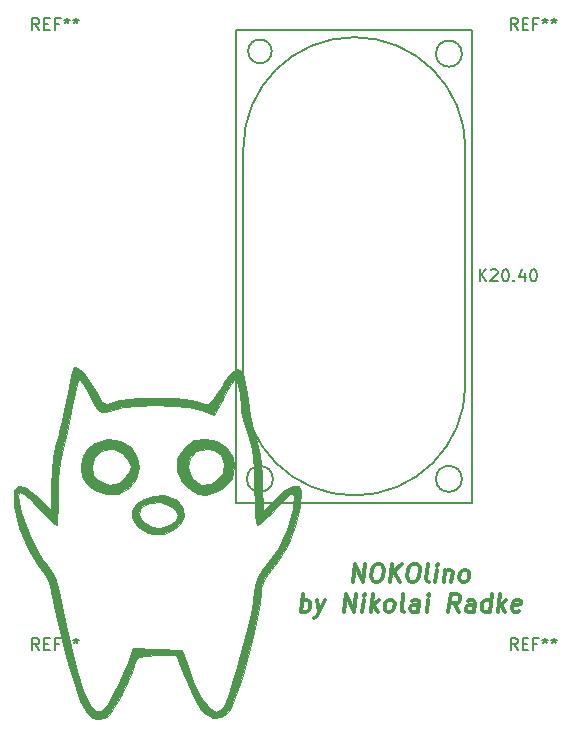
<source format=gbr>
G04 #@! TF.FileFunction,Legend,Top*
%FSLAX46Y46*%
G04 Gerber Fmt 4.6, Leading zero omitted, Abs format (unit mm)*
G04 Created by KiCad (PCBNEW 4.0.6+dfsg1-1) date Sun Jan 28 21:13:44 2018*
%MOMM*%
%LPD*%
G01*
G04 APERTURE LIST*
%ADD10C,0.100000*%
%ADD11C,0.300000*%
%ADD12C,0.150000*%
%ADD13C,0.010000*%
G04 APERTURE END LIST*
D10*
D11*
X129958036Y-97103571D02*
X130145536Y-95603571D01*
X130815179Y-97103571D01*
X131002679Y-95603571D01*
X132002679Y-95603571D02*
X132288393Y-95603571D01*
X132422322Y-95675000D01*
X132547322Y-95817857D01*
X132583036Y-96103571D01*
X132520536Y-96603571D01*
X132413393Y-96889286D01*
X132252679Y-97032143D01*
X132100893Y-97103571D01*
X131815179Y-97103571D01*
X131681250Y-97032143D01*
X131556250Y-96889286D01*
X131520536Y-96603571D01*
X131583036Y-96103571D01*
X131690179Y-95817857D01*
X131850893Y-95675000D01*
X132002679Y-95603571D01*
X133100894Y-97103571D02*
X133288394Y-95603571D01*
X133958037Y-97103571D02*
X133422322Y-96246429D01*
X134145537Y-95603571D02*
X133181251Y-96460714D01*
X135074108Y-95603571D02*
X135359822Y-95603571D01*
X135493751Y-95675000D01*
X135618751Y-95817857D01*
X135654465Y-96103571D01*
X135591965Y-96603571D01*
X135484822Y-96889286D01*
X135324108Y-97032143D01*
X135172322Y-97103571D01*
X134886608Y-97103571D01*
X134752679Y-97032143D01*
X134627679Y-96889286D01*
X134591965Y-96603571D01*
X134654465Y-96103571D01*
X134761608Y-95817857D01*
X134922322Y-95675000D01*
X135074108Y-95603571D01*
X136386609Y-97103571D02*
X136252679Y-97032143D01*
X136199108Y-96889286D01*
X136359823Y-95603571D01*
X136958037Y-97103571D02*
X137083037Y-96103571D01*
X137145537Y-95603571D02*
X137065179Y-95675000D01*
X137127679Y-95746429D01*
X137208036Y-95675000D01*
X137145537Y-95603571D01*
X137127679Y-95746429D01*
X137797323Y-96103571D02*
X137672323Y-97103571D01*
X137779465Y-96246429D02*
X137859822Y-96175000D01*
X138011609Y-96103571D01*
X138225894Y-96103571D01*
X138359822Y-96175000D01*
X138413394Y-96317857D01*
X138315180Y-97103571D01*
X139243752Y-97103571D02*
X139109822Y-97032143D01*
X139047323Y-96960714D01*
X138993751Y-96817857D01*
X139047322Y-96389286D01*
X139136608Y-96246429D01*
X139216965Y-96175000D01*
X139368752Y-96103571D01*
X139583037Y-96103571D01*
X139716965Y-96175000D01*
X139779465Y-96246429D01*
X139833037Y-96389286D01*
X139779466Y-96817857D01*
X139690180Y-96960714D01*
X139609822Y-97032143D01*
X139458037Y-97103571D01*
X139243752Y-97103571D01*
X125565179Y-99653571D02*
X125752679Y-98153571D01*
X125681250Y-98725000D02*
X125833036Y-98653571D01*
X126118750Y-98653571D01*
X126252678Y-98725000D01*
X126315178Y-98796429D01*
X126368750Y-98939286D01*
X126315179Y-99367857D01*
X126225893Y-99510714D01*
X126145535Y-99582143D01*
X125993750Y-99653571D01*
X125708036Y-99653571D01*
X125574107Y-99582143D01*
X126904465Y-98653571D02*
X127136608Y-99653571D01*
X127618750Y-98653571D02*
X127136608Y-99653571D01*
X126949107Y-100010714D01*
X126868750Y-100082143D01*
X126716965Y-100153571D01*
X129208036Y-99653571D02*
X129395536Y-98153571D01*
X130065179Y-99653571D01*
X130252679Y-98153571D01*
X130779465Y-99653571D02*
X130904465Y-98653571D01*
X130966965Y-98153571D02*
X130886607Y-98225000D01*
X130949107Y-98296429D01*
X131029464Y-98225000D01*
X130966965Y-98153571D01*
X130949107Y-98296429D01*
X131493751Y-99653571D02*
X131681251Y-98153571D01*
X131708036Y-99082143D02*
X132065179Y-99653571D01*
X132190179Y-98653571D02*
X131547322Y-99225000D01*
X132922323Y-99653571D02*
X132788393Y-99582143D01*
X132725894Y-99510714D01*
X132672322Y-99367857D01*
X132725893Y-98939286D01*
X132815179Y-98796429D01*
X132895536Y-98725000D01*
X133047323Y-98653571D01*
X133261608Y-98653571D01*
X133395536Y-98725000D01*
X133458036Y-98796429D01*
X133511608Y-98939286D01*
X133458037Y-99367857D01*
X133368751Y-99510714D01*
X133288393Y-99582143D01*
X133136608Y-99653571D01*
X132922323Y-99653571D01*
X134279466Y-99653571D02*
X134145536Y-99582143D01*
X134091965Y-99439286D01*
X134252680Y-98153571D01*
X135493751Y-99653571D02*
X135591965Y-98867857D01*
X135538393Y-98725000D01*
X135404465Y-98653571D01*
X135118751Y-98653571D01*
X134966965Y-98725000D01*
X135502679Y-99582143D02*
X135350894Y-99653571D01*
X134993751Y-99653571D01*
X134859822Y-99582143D01*
X134806250Y-99439286D01*
X134824107Y-99296429D01*
X134913394Y-99153571D01*
X135065179Y-99082143D01*
X135422322Y-99082143D01*
X135574108Y-99010714D01*
X136208037Y-99653571D02*
X136333037Y-98653571D01*
X136395537Y-98153571D02*
X136315179Y-98225000D01*
X136377679Y-98296429D01*
X136458036Y-98225000D01*
X136395537Y-98153571D01*
X136377679Y-98296429D01*
X138922323Y-99653571D02*
X138511608Y-98939286D01*
X138065180Y-99653571D02*
X138252680Y-98153571D01*
X138824108Y-98153571D01*
X138958037Y-98225000D01*
X139020536Y-98296429D01*
X139074108Y-98439286D01*
X139047323Y-98653571D01*
X138958036Y-98796429D01*
X138877680Y-98867857D01*
X138725893Y-98939286D01*
X138154465Y-98939286D01*
X140208037Y-99653571D02*
X140306251Y-98867857D01*
X140252679Y-98725000D01*
X140118751Y-98653571D01*
X139833037Y-98653571D01*
X139681251Y-98725000D01*
X140216965Y-99582143D02*
X140065180Y-99653571D01*
X139708037Y-99653571D01*
X139574108Y-99582143D01*
X139520536Y-99439286D01*
X139538393Y-99296429D01*
X139627680Y-99153571D01*
X139779465Y-99082143D01*
X140136608Y-99082143D01*
X140288394Y-99010714D01*
X141565180Y-99653571D02*
X141752680Y-98153571D01*
X141574108Y-99582143D02*
X141422323Y-99653571D01*
X141136609Y-99653571D01*
X141002679Y-99582143D01*
X140940180Y-99510714D01*
X140886608Y-99367857D01*
X140940179Y-98939286D01*
X141029465Y-98796429D01*
X141109822Y-98725000D01*
X141261609Y-98653571D01*
X141547323Y-98653571D01*
X141681251Y-98725000D01*
X142279466Y-99653571D02*
X142466966Y-98153571D01*
X142493751Y-99082143D02*
X142850894Y-99653571D01*
X142975894Y-98653571D02*
X142333037Y-99225000D01*
X144074108Y-99582143D02*
X143922323Y-99653571D01*
X143636609Y-99653571D01*
X143502680Y-99582143D01*
X143449108Y-99439286D01*
X143520537Y-98867857D01*
X143609823Y-98725000D01*
X143761609Y-98653571D01*
X144047323Y-98653571D01*
X144181251Y-98725000D01*
X144234823Y-98867857D01*
X144216966Y-99010714D01*
X143484823Y-99153571D01*
D12*
X130100000Y-89800000D02*
G75*
G03X139500000Y-80400000I0J9400000D01*
G01*
X120700000Y-80400000D02*
G75*
G03X130100000Y-89800000I9400000J0D01*
G01*
X139500000Y-60400000D02*
G75*
G03X130100000Y-51000000I-9400000J0D01*
G01*
X130100000Y-51000000D02*
G75*
G03X120700000Y-60400000I0J-9400000D01*
G01*
X139500000Y-60400000D02*
X139500000Y-80400000D01*
X120700000Y-60400000D02*
X120700000Y-80400000D01*
X139200000Y-88400000D02*
G75*
G03X139200000Y-88400000I-1100000J0D01*
G01*
X123200000Y-88400000D02*
G75*
G03X123200000Y-88400000I-1100000J0D01*
G01*
X139200000Y-52400000D02*
G75*
G03X139200000Y-52400000I-1100000J0D01*
G01*
X123100000Y-52200000D02*
G75*
G03X123100000Y-52200000I-1000000J0D01*
G01*
X140100000Y-50400000D02*
X120100000Y-50400000D01*
X120100000Y-90400000D02*
X140100000Y-90400000D01*
X120100000Y-90400000D02*
X120100000Y-50400000D01*
X140100000Y-90400000D02*
X140100000Y-50400000D01*
D13*
G36*
X106718140Y-79013148D02*
X107200926Y-79473323D01*
X107732166Y-80162873D01*
X108201485Y-80948432D01*
X108360564Y-81291666D01*
X108726653Y-81917596D01*
X109123814Y-82037213D01*
X109180173Y-82018907D01*
X110280797Y-81742514D01*
X111740955Y-81572170D01*
X113365193Y-81511033D01*
X114958059Y-81562258D01*
X116324098Y-81729004D01*
X116975017Y-81893006D01*
X117413446Y-82032963D01*
X117728706Y-82036738D01*
X118021805Y-81822806D01*
X118393753Y-81309641D01*
X118945559Y-80415719D01*
X119080623Y-80193551D01*
X119680801Y-79393325D01*
X120194368Y-79072534D01*
X120575876Y-79252955D01*
X120667698Y-79433040D01*
X120773643Y-79890367D01*
X120912493Y-80727316D01*
X121054017Y-81761374D01*
X121256952Y-82990353D01*
X121538691Y-84202799D01*
X121784137Y-84983333D01*
X122110553Y-86272603D01*
X122283922Y-87995931D01*
X122306183Y-88726160D01*
X122340000Y-91198987D01*
X123419553Y-90066716D01*
X124240180Y-89341575D01*
X124933094Y-88981602D01*
X125419394Y-89009698D01*
X125618993Y-89428333D01*
X125521143Y-90817049D01*
X125113178Y-92407416D01*
X124470826Y-93989114D01*
X123669817Y-95351820D01*
X123333802Y-95775062D01*
X122555879Y-96806909D01*
X122220774Y-97656800D01*
X122198888Y-97919856D01*
X122112040Y-98885384D01*
X121876038Y-100216815D01*
X121527695Y-101776632D01*
X121103823Y-103427319D01*
X120641234Y-105031359D01*
X120176743Y-106451235D01*
X119747160Y-107549432D01*
X119485747Y-108055000D01*
X118874822Y-108585911D01*
X118123138Y-108634876D01*
X117374345Y-108207505D01*
X117153172Y-107963928D01*
X116760576Y-107336787D01*
X116275528Y-106384102D01*
X115801602Y-105309640D01*
X115792133Y-105286295D01*
X115002222Y-103334733D01*
X113353022Y-103331255D01*
X112405398Y-103355554D01*
X111877401Y-103464056D01*
X111625522Y-103702546D01*
X111552712Y-103905628D01*
X111272422Y-104708118D01*
X110827811Y-105703095D01*
X110297877Y-106742669D01*
X109761619Y-107678951D01*
X109298035Y-108364052D01*
X109026223Y-108635363D01*
X108350476Y-108761452D01*
X107923654Y-108683333D01*
X107423811Y-108224223D01*
X106901992Y-107231867D01*
X106695298Y-106703411D01*
X106337897Y-105632639D01*
X105937288Y-104287943D01*
X105526121Y-102797438D01*
X105137048Y-101289238D01*
X104802719Y-99891458D01*
X104555785Y-98732213D01*
X104428897Y-97939617D01*
X104418888Y-97771278D01*
X104244661Y-97165840D01*
X103797774Y-96367088D01*
X103419241Y-95852835D01*
X102450379Y-94343635D01*
X101706750Y-92547731D01*
X101291866Y-90729584D01*
X101252585Y-90317348D01*
X101287496Y-89730377D01*
X101641493Y-89730377D01*
X101684060Y-90348633D01*
X101904625Y-91239347D01*
X102262267Y-92288206D01*
X102716066Y-93380899D01*
X103225101Y-94403115D01*
X103748452Y-95240541D01*
X103974213Y-95522696D01*
X104750901Y-96673702D01*
X105090259Y-97907220D01*
X105309506Y-99186448D01*
X105657737Y-100807621D01*
X106086468Y-102576865D01*
X106547211Y-104300304D01*
X106991484Y-105784064D01*
X107241784Y-106510350D01*
X107724350Y-107570168D01*
X108194176Y-108072569D01*
X108688669Y-108022346D01*
X109245236Y-107424295D01*
X109618667Y-106815007D01*
X110173483Y-105715183D01*
X110693733Y-104515367D01*
X110841696Y-104123285D01*
X111332245Y-102742111D01*
X113421933Y-102823278D01*
X115511621Y-102904444D01*
X115891629Y-104004606D01*
X116561260Y-105728194D01*
X117215513Y-107001252D01*
X117833849Y-107800487D01*
X118395728Y-108102610D01*
X118880611Y-107884328D01*
X119069324Y-107608048D01*
X119382121Y-106867267D01*
X119771862Y-105716718D01*
X120199639Y-104299058D01*
X120626541Y-102756947D01*
X121013658Y-101233041D01*
X121322079Y-99869999D01*
X121512894Y-98810480D01*
X121545376Y-98530000D01*
X121679334Y-97441149D01*
X121906158Y-96696426D01*
X122311316Y-96075559D01*
X122640466Y-95707778D01*
X123614508Y-94377188D01*
X124399505Y-92722916D01*
X124888388Y-90979737D01*
X124937056Y-90671877D01*
X125005443Y-89970594D01*
X124931257Y-89644141D01*
X124659043Y-89706138D01*
X124133344Y-90170209D01*
X123298704Y-91049976D01*
X123269663Y-91081469D01*
X122621671Y-91742959D01*
X122107917Y-92192701D01*
X121880722Y-92321111D01*
X121781607Y-92057948D01*
X121701557Y-91344517D01*
X121649651Y-90294909D01*
X121634444Y-89227115D01*
X121607702Y-87632796D01*
X121514379Y-86443419D01*
X121334827Y-85501439D01*
X121070000Y-84701111D01*
X120738424Y-83661549D01*
X120533434Y-82637530D01*
X120501701Y-82221219D01*
X120438421Y-81171534D01*
X120276875Y-80414461D01*
X120046702Y-80056737D01*
X119903658Y-80067591D01*
X119641627Y-80391573D01*
X119241665Y-81055149D01*
X118949315Y-81604596D01*
X118250474Y-82983691D01*
X117084754Y-82572401D01*
X116084309Y-82344945D01*
X114747991Y-82207977D01*
X113255223Y-82161723D01*
X111785426Y-82206410D01*
X110518022Y-82342264D01*
X109647720Y-82563030D01*
X109071571Y-82774785D01*
X108665865Y-82773060D01*
X108317971Y-82478444D01*
X107915256Y-81811525D01*
X107537798Y-81075429D01*
X107148116Y-80406473D01*
X106835175Y-80051734D01*
X106727534Y-80039984D01*
X106591091Y-80395203D01*
X106411098Y-81152079D01*
X106224404Y-82153579D01*
X106207850Y-82254555D01*
X105967245Y-83554674D01*
X105672171Y-84894608D01*
X105431739Y-85820949D01*
X105196879Y-86965953D01*
X105037989Y-88418119D01*
X104983333Y-89842615D01*
X104969666Y-90946315D01*
X104933118Y-91797104D01*
X104880364Y-92267495D01*
X104853531Y-92321111D01*
X104610550Y-92130738D01*
X104096565Y-91631008D01*
X103421589Y-90929005D01*
X103403800Y-90910000D01*
X102704374Y-90201018D01*
X102135382Y-89694382D01*
X101819118Y-89498904D01*
X101817845Y-89498889D01*
X101641493Y-89730377D01*
X101287496Y-89730377D01*
X101307081Y-89401112D01*
X101619851Y-88985647D01*
X102187634Y-89071527D01*
X103007167Y-89659327D01*
X103321292Y-89952778D01*
X104418888Y-91024553D01*
X104439860Y-89062276D01*
X104474485Y-87675751D01*
X104565522Y-86625078D01*
X104745993Y-85682150D01*
X105048919Y-84618859D01*
X105112051Y-84418889D01*
X105367582Y-83467413D01*
X105635644Y-82236975D01*
X105839766Y-81103694D01*
X106026630Y-80089808D01*
X106219286Y-79314166D01*
X106379306Y-78928416D01*
X106394186Y-78915715D01*
X106718140Y-79013148D01*
X106718140Y-79013148D01*
G37*
X106718140Y-79013148D02*
X107200926Y-79473323D01*
X107732166Y-80162873D01*
X108201485Y-80948432D01*
X108360564Y-81291666D01*
X108726653Y-81917596D01*
X109123814Y-82037213D01*
X109180173Y-82018907D01*
X110280797Y-81742514D01*
X111740955Y-81572170D01*
X113365193Y-81511033D01*
X114958059Y-81562258D01*
X116324098Y-81729004D01*
X116975017Y-81893006D01*
X117413446Y-82032963D01*
X117728706Y-82036738D01*
X118021805Y-81822806D01*
X118393753Y-81309641D01*
X118945559Y-80415719D01*
X119080623Y-80193551D01*
X119680801Y-79393325D01*
X120194368Y-79072534D01*
X120575876Y-79252955D01*
X120667698Y-79433040D01*
X120773643Y-79890367D01*
X120912493Y-80727316D01*
X121054017Y-81761374D01*
X121256952Y-82990353D01*
X121538691Y-84202799D01*
X121784137Y-84983333D01*
X122110553Y-86272603D01*
X122283922Y-87995931D01*
X122306183Y-88726160D01*
X122340000Y-91198987D01*
X123419553Y-90066716D01*
X124240180Y-89341575D01*
X124933094Y-88981602D01*
X125419394Y-89009698D01*
X125618993Y-89428333D01*
X125521143Y-90817049D01*
X125113178Y-92407416D01*
X124470826Y-93989114D01*
X123669817Y-95351820D01*
X123333802Y-95775062D01*
X122555879Y-96806909D01*
X122220774Y-97656800D01*
X122198888Y-97919856D01*
X122112040Y-98885384D01*
X121876038Y-100216815D01*
X121527695Y-101776632D01*
X121103823Y-103427319D01*
X120641234Y-105031359D01*
X120176743Y-106451235D01*
X119747160Y-107549432D01*
X119485747Y-108055000D01*
X118874822Y-108585911D01*
X118123138Y-108634876D01*
X117374345Y-108207505D01*
X117153172Y-107963928D01*
X116760576Y-107336787D01*
X116275528Y-106384102D01*
X115801602Y-105309640D01*
X115792133Y-105286295D01*
X115002222Y-103334733D01*
X113353022Y-103331255D01*
X112405398Y-103355554D01*
X111877401Y-103464056D01*
X111625522Y-103702546D01*
X111552712Y-103905628D01*
X111272422Y-104708118D01*
X110827811Y-105703095D01*
X110297877Y-106742669D01*
X109761619Y-107678951D01*
X109298035Y-108364052D01*
X109026223Y-108635363D01*
X108350476Y-108761452D01*
X107923654Y-108683333D01*
X107423811Y-108224223D01*
X106901992Y-107231867D01*
X106695298Y-106703411D01*
X106337897Y-105632639D01*
X105937288Y-104287943D01*
X105526121Y-102797438D01*
X105137048Y-101289238D01*
X104802719Y-99891458D01*
X104555785Y-98732213D01*
X104428897Y-97939617D01*
X104418888Y-97771278D01*
X104244661Y-97165840D01*
X103797774Y-96367088D01*
X103419241Y-95852835D01*
X102450379Y-94343635D01*
X101706750Y-92547731D01*
X101291866Y-90729584D01*
X101252585Y-90317348D01*
X101287496Y-89730377D01*
X101641493Y-89730377D01*
X101684060Y-90348633D01*
X101904625Y-91239347D01*
X102262267Y-92288206D01*
X102716066Y-93380899D01*
X103225101Y-94403115D01*
X103748452Y-95240541D01*
X103974213Y-95522696D01*
X104750901Y-96673702D01*
X105090259Y-97907220D01*
X105309506Y-99186448D01*
X105657737Y-100807621D01*
X106086468Y-102576865D01*
X106547211Y-104300304D01*
X106991484Y-105784064D01*
X107241784Y-106510350D01*
X107724350Y-107570168D01*
X108194176Y-108072569D01*
X108688669Y-108022346D01*
X109245236Y-107424295D01*
X109618667Y-106815007D01*
X110173483Y-105715183D01*
X110693733Y-104515367D01*
X110841696Y-104123285D01*
X111332245Y-102742111D01*
X113421933Y-102823278D01*
X115511621Y-102904444D01*
X115891629Y-104004606D01*
X116561260Y-105728194D01*
X117215513Y-107001252D01*
X117833849Y-107800487D01*
X118395728Y-108102610D01*
X118880611Y-107884328D01*
X119069324Y-107608048D01*
X119382121Y-106867267D01*
X119771862Y-105716718D01*
X120199639Y-104299058D01*
X120626541Y-102756947D01*
X121013658Y-101233041D01*
X121322079Y-99869999D01*
X121512894Y-98810480D01*
X121545376Y-98530000D01*
X121679334Y-97441149D01*
X121906158Y-96696426D01*
X122311316Y-96075559D01*
X122640466Y-95707778D01*
X123614508Y-94377188D01*
X124399505Y-92722916D01*
X124888388Y-90979737D01*
X124937056Y-90671877D01*
X125005443Y-89970594D01*
X124931257Y-89644141D01*
X124659043Y-89706138D01*
X124133344Y-90170209D01*
X123298704Y-91049976D01*
X123269663Y-91081469D01*
X122621671Y-91742959D01*
X122107917Y-92192701D01*
X121880722Y-92321111D01*
X121781607Y-92057948D01*
X121701557Y-91344517D01*
X121649651Y-90294909D01*
X121634444Y-89227115D01*
X121607702Y-87632796D01*
X121514379Y-86443419D01*
X121334827Y-85501439D01*
X121070000Y-84701111D01*
X120738424Y-83661549D01*
X120533434Y-82637530D01*
X120501701Y-82221219D01*
X120438421Y-81171534D01*
X120276875Y-80414461D01*
X120046702Y-80056737D01*
X119903658Y-80067591D01*
X119641627Y-80391573D01*
X119241665Y-81055149D01*
X118949315Y-81604596D01*
X118250474Y-82983691D01*
X117084754Y-82572401D01*
X116084309Y-82344945D01*
X114747991Y-82207977D01*
X113255223Y-82161723D01*
X111785426Y-82206410D01*
X110518022Y-82342264D01*
X109647720Y-82563030D01*
X109071571Y-82774785D01*
X108665865Y-82773060D01*
X108317971Y-82478444D01*
X107915256Y-81811525D01*
X107537798Y-81075429D01*
X107148116Y-80406473D01*
X106835175Y-80051734D01*
X106727534Y-80039984D01*
X106591091Y-80395203D01*
X106411098Y-81152079D01*
X106224404Y-82153579D01*
X106207850Y-82254555D01*
X105967245Y-83554674D01*
X105672171Y-84894608D01*
X105431739Y-85820949D01*
X105196879Y-86965953D01*
X105037989Y-88418119D01*
X104983333Y-89842615D01*
X104969666Y-90946315D01*
X104933118Y-91797104D01*
X104880364Y-92267495D01*
X104853531Y-92321111D01*
X104610550Y-92130738D01*
X104096565Y-91631008D01*
X103421589Y-90929005D01*
X103403800Y-90910000D01*
X102704374Y-90201018D01*
X102135382Y-89694382D01*
X101819118Y-89498904D01*
X101817845Y-89498889D01*
X101641493Y-89730377D01*
X101287496Y-89730377D01*
X101307081Y-89401112D01*
X101619851Y-88985647D01*
X102187634Y-89071527D01*
X103007167Y-89659327D01*
X103321292Y-89952778D01*
X104418888Y-91024553D01*
X104439860Y-89062276D01*
X104474485Y-87675751D01*
X104565522Y-86625078D01*
X104745993Y-85682150D01*
X105048919Y-84618859D01*
X105112051Y-84418889D01*
X105367582Y-83467413D01*
X105635644Y-82236975D01*
X105839766Y-81103694D01*
X106026630Y-80089808D01*
X106219286Y-79314166D01*
X106379306Y-78928416D01*
X106394186Y-78915715D01*
X106718140Y-79013148D01*
G36*
X114895099Y-90102925D02*
X115080537Y-90220448D01*
X115606819Y-90834393D01*
X115676477Y-91517977D01*
X115373385Y-92178184D01*
X114781420Y-92721999D01*
X113984458Y-93056407D01*
X113066375Y-93088394D01*
X112603333Y-92967559D01*
X112049637Y-92658932D01*
X111686111Y-92381655D01*
X111241156Y-91743479D01*
X111253195Y-91332170D01*
X111825675Y-91332170D01*
X112132316Y-91925559D01*
X112305313Y-92082847D01*
X112965035Y-92501631D01*
X113613519Y-92563514D01*
X114438974Y-92320656D01*
X115014798Y-91930157D01*
X115137463Y-91450394D01*
X114888575Y-90972722D01*
X114349742Y-90588497D01*
X113602568Y-90389075D01*
X112771992Y-90454534D01*
X112047809Y-90810747D01*
X111825675Y-91332170D01*
X111253195Y-91332170D01*
X111259814Y-91106064D01*
X111644594Y-90531481D01*
X112298004Y-90081804D01*
X113122552Y-89819104D01*
X114020748Y-89805454D01*
X114895099Y-90102925D01*
X114895099Y-90102925D01*
G37*
X114895099Y-90102925D02*
X115080537Y-90220448D01*
X115606819Y-90834393D01*
X115676477Y-91517977D01*
X115373385Y-92178184D01*
X114781420Y-92721999D01*
X113984458Y-93056407D01*
X113066375Y-93088394D01*
X112603333Y-92967559D01*
X112049637Y-92658932D01*
X111686111Y-92381655D01*
X111241156Y-91743479D01*
X111253195Y-91332170D01*
X111825675Y-91332170D01*
X112132316Y-91925559D01*
X112305313Y-92082847D01*
X112965035Y-92501631D01*
X113613519Y-92563514D01*
X114438974Y-92320656D01*
X115014798Y-91930157D01*
X115137463Y-91450394D01*
X114888575Y-90972722D01*
X114349742Y-90588497D01*
X113602568Y-90389075D01*
X112771992Y-90454534D01*
X112047809Y-90810747D01*
X111825675Y-91332170D01*
X111253195Y-91332170D01*
X111259814Y-91106064D01*
X111644594Y-90531481D01*
X112298004Y-90081804D01*
X113122552Y-89819104D01*
X114020748Y-89805454D01*
X114895099Y-90102925D01*
G36*
X110316903Y-85160619D02*
X111180136Y-85670262D01*
X111730565Y-86519188D01*
X111869555Y-87351920D01*
X111624664Y-88386340D01*
X110983605Y-89173544D01*
X110086797Y-89640424D01*
X109074662Y-89713871D01*
X108087777Y-89320885D01*
X107378952Y-88747233D01*
X107047763Y-88203343D01*
X106963210Y-87475860D01*
X106983235Y-87307679D01*
X107849435Y-87307679D01*
X108009685Y-88032366D01*
X108432796Y-88495108D01*
X109329888Y-88895772D01*
X110136726Y-88748521D01*
X110627777Y-88370000D01*
X111046397Y-87811260D01*
X111192222Y-87382222D01*
X110956324Y-86781143D01*
X110389786Y-86212462D01*
X109704338Y-85864881D01*
X109450555Y-85830000D01*
X108630678Y-86047264D01*
X108076702Y-86592901D01*
X107849435Y-87307679D01*
X106983235Y-87307679D01*
X107084406Y-86458027D01*
X107528181Y-85778884D01*
X108107962Y-85396229D01*
X109254850Y-85049520D01*
X110316903Y-85160619D01*
X110316903Y-85160619D01*
G37*
X110316903Y-85160619D02*
X111180136Y-85670262D01*
X111730565Y-86519188D01*
X111869555Y-87351920D01*
X111624664Y-88386340D01*
X110983605Y-89173544D01*
X110086797Y-89640424D01*
X109074662Y-89713871D01*
X108087777Y-89320885D01*
X107378952Y-88747233D01*
X107047763Y-88203343D01*
X106963210Y-87475860D01*
X106983235Y-87307679D01*
X107849435Y-87307679D01*
X108009685Y-88032366D01*
X108432796Y-88495108D01*
X109329888Y-88895772D01*
X110136726Y-88748521D01*
X110627777Y-88370000D01*
X111046397Y-87811260D01*
X111192222Y-87382222D01*
X110956324Y-86781143D01*
X110389786Y-86212462D01*
X109704338Y-85864881D01*
X109450555Y-85830000D01*
X108630678Y-86047264D01*
X108076702Y-86592901D01*
X107849435Y-87307679D01*
X106983235Y-87307679D01*
X107084406Y-86458027D01*
X107528181Y-85778884D01*
X108107962Y-85396229D01*
X109254850Y-85049520D01*
X110316903Y-85160619D01*
G36*
X118451251Y-85188987D02*
X119256213Y-85698912D01*
X119792540Y-86506335D01*
X119941111Y-87349235D01*
X119705692Y-88413359D01*
X118990577Y-89188782D01*
X118326721Y-89522525D01*
X117541525Y-89742692D01*
X116885403Y-89659833D01*
X116231600Y-89353149D01*
X115511579Y-88685416D01*
X115094383Y-87749944D01*
X115084857Y-87368397D01*
X115977414Y-87368397D01*
X116279645Y-88194743D01*
X116457074Y-88418333D01*
X117143339Y-88877301D01*
X117924239Y-88800605D01*
X118467203Y-88495108D01*
X118966593Y-87864883D01*
X119047507Y-87110013D01*
X118764427Y-86407016D01*
X118171834Y-85932408D01*
X117644620Y-85830000D01*
X116723593Y-86047206D01*
X116146627Y-86606278D01*
X115977414Y-87368397D01*
X115084857Y-87368397D01*
X115070091Y-86777027D01*
X115136519Y-86553476D01*
X115720287Y-85658804D01*
X116553714Y-85147473D01*
X117507226Y-84998021D01*
X118451251Y-85188987D01*
X118451251Y-85188987D01*
G37*
X118451251Y-85188987D02*
X119256213Y-85698912D01*
X119792540Y-86506335D01*
X119941111Y-87349235D01*
X119705692Y-88413359D01*
X118990577Y-89188782D01*
X118326721Y-89522525D01*
X117541525Y-89742692D01*
X116885403Y-89659833D01*
X116231600Y-89353149D01*
X115511579Y-88685416D01*
X115094383Y-87749944D01*
X115084857Y-87368397D01*
X115977414Y-87368397D01*
X116279645Y-88194743D01*
X116457074Y-88418333D01*
X117143339Y-88877301D01*
X117924239Y-88800605D01*
X118467203Y-88495108D01*
X118966593Y-87864883D01*
X119047507Y-87110013D01*
X118764427Y-86407016D01*
X118171834Y-85932408D01*
X117644620Y-85830000D01*
X116723593Y-86047206D01*
X116146627Y-86606278D01*
X115977414Y-87368397D01*
X115084857Y-87368397D01*
X115070091Y-86777027D01*
X115136519Y-86553476D01*
X115720287Y-85658804D01*
X116553714Y-85147473D01*
X117507226Y-84998021D01*
X118451251Y-85188987D01*
D12*
X140695238Y-71652381D02*
X140695238Y-70652381D01*
X141266667Y-71652381D02*
X140838095Y-71080952D01*
X141266667Y-70652381D02*
X140695238Y-71223810D01*
X141647619Y-70747619D02*
X141695238Y-70700000D01*
X141790476Y-70652381D01*
X142028572Y-70652381D01*
X142123810Y-70700000D01*
X142171429Y-70747619D01*
X142219048Y-70842857D01*
X142219048Y-70938095D01*
X142171429Y-71080952D01*
X141600000Y-71652381D01*
X142219048Y-71652381D01*
X142838095Y-70652381D02*
X142933334Y-70652381D01*
X143028572Y-70700000D01*
X143076191Y-70747619D01*
X143123810Y-70842857D01*
X143171429Y-71033333D01*
X143171429Y-71271429D01*
X143123810Y-71461905D01*
X143076191Y-71557143D01*
X143028572Y-71604762D01*
X142933334Y-71652381D01*
X142838095Y-71652381D01*
X142742857Y-71604762D01*
X142695238Y-71557143D01*
X142647619Y-71461905D01*
X142600000Y-71271429D01*
X142600000Y-71033333D01*
X142647619Y-70842857D01*
X142695238Y-70747619D01*
X142742857Y-70700000D01*
X142838095Y-70652381D01*
X143600000Y-71557143D02*
X143647619Y-71604762D01*
X143600000Y-71652381D01*
X143552381Y-71604762D01*
X143600000Y-71557143D01*
X143600000Y-71652381D01*
X144504762Y-70985714D02*
X144504762Y-71652381D01*
X144266666Y-70604762D02*
X144028571Y-71319048D01*
X144647619Y-71319048D01*
X145219047Y-70652381D02*
X145314286Y-70652381D01*
X145409524Y-70700000D01*
X145457143Y-70747619D01*
X145504762Y-70842857D01*
X145552381Y-71033333D01*
X145552381Y-71271429D01*
X145504762Y-71461905D01*
X145457143Y-71557143D01*
X145409524Y-71604762D01*
X145314286Y-71652381D01*
X145219047Y-71652381D01*
X145123809Y-71604762D01*
X145076190Y-71557143D01*
X145028571Y-71461905D01*
X144980952Y-71271429D01*
X144980952Y-71033333D01*
X145028571Y-70842857D01*
X145076190Y-70747619D01*
X145123809Y-70700000D01*
X145219047Y-70652381D01*
X103416667Y-50392381D02*
X103083333Y-49916190D01*
X102845238Y-50392381D02*
X102845238Y-49392381D01*
X103226191Y-49392381D01*
X103321429Y-49440000D01*
X103369048Y-49487619D01*
X103416667Y-49582857D01*
X103416667Y-49725714D01*
X103369048Y-49820952D01*
X103321429Y-49868571D01*
X103226191Y-49916190D01*
X102845238Y-49916190D01*
X103845238Y-49868571D02*
X104178572Y-49868571D01*
X104321429Y-50392381D02*
X103845238Y-50392381D01*
X103845238Y-49392381D01*
X104321429Y-49392381D01*
X105083334Y-49868571D02*
X104750000Y-49868571D01*
X104750000Y-50392381D02*
X104750000Y-49392381D01*
X105226191Y-49392381D01*
X105750000Y-49392381D02*
X105750000Y-49630476D01*
X105511905Y-49535238D02*
X105750000Y-49630476D01*
X105988096Y-49535238D01*
X105607143Y-49820952D02*
X105750000Y-49630476D01*
X105892858Y-49820952D01*
X106511905Y-49392381D02*
X106511905Y-49630476D01*
X106273810Y-49535238D02*
X106511905Y-49630476D01*
X106750001Y-49535238D01*
X106369048Y-49820952D02*
X106511905Y-49630476D01*
X106654763Y-49820952D01*
X103416667Y-102892381D02*
X103083333Y-102416190D01*
X102845238Y-102892381D02*
X102845238Y-101892381D01*
X103226191Y-101892381D01*
X103321429Y-101940000D01*
X103369048Y-101987619D01*
X103416667Y-102082857D01*
X103416667Y-102225714D01*
X103369048Y-102320952D01*
X103321429Y-102368571D01*
X103226191Y-102416190D01*
X102845238Y-102416190D01*
X103845238Y-102368571D02*
X104178572Y-102368571D01*
X104321429Y-102892381D02*
X103845238Y-102892381D01*
X103845238Y-101892381D01*
X104321429Y-101892381D01*
X105083334Y-102368571D02*
X104750000Y-102368571D01*
X104750000Y-102892381D02*
X104750000Y-101892381D01*
X105226191Y-101892381D01*
X105750000Y-101892381D02*
X105750000Y-102130476D01*
X105511905Y-102035238D02*
X105750000Y-102130476D01*
X105988096Y-102035238D01*
X105607143Y-102320952D02*
X105750000Y-102130476D01*
X105892858Y-102320952D01*
X106511905Y-101892381D02*
X106511905Y-102130476D01*
X106273810Y-102035238D02*
X106511905Y-102130476D01*
X106750001Y-102035238D01*
X106369048Y-102320952D02*
X106511905Y-102130476D01*
X106654763Y-102320952D01*
X143916667Y-102892381D02*
X143583333Y-102416190D01*
X143345238Y-102892381D02*
X143345238Y-101892381D01*
X143726191Y-101892381D01*
X143821429Y-101940000D01*
X143869048Y-101987619D01*
X143916667Y-102082857D01*
X143916667Y-102225714D01*
X143869048Y-102320952D01*
X143821429Y-102368571D01*
X143726191Y-102416190D01*
X143345238Y-102416190D01*
X144345238Y-102368571D02*
X144678572Y-102368571D01*
X144821429Y-102892381D02*
X144345238Y-102892381D01*
X144345238Y-101892381D01*
X144821429Y-101892381D01*
X145583334Y-102368571D02*
X145250000Y-102368571D01*
X145250000Y-102892381D02*
X145250000Y-101892381D01*
X145726191Y-101892381D01*
X146250000Y-101892381D02*
X146250000Y-102130476D01*
X146011905Y-102035238D02*
X146250000Y-102130476D01*
X146488096Y-102035238D01*
X146107143Y-102320952D02*
X146250000Y-102130476D01*
X146392858Y-102320952D01*
X147011905Y-101892381D02*
X147011905Y-102130476D01*
X146773810Y-102035238D02*
X147011905Y-102130476D01*
X147250001Y-102035238D01*
X146869048Y-102320952D02*
X147011905Y-102130476D01*
X147154763Y-102320952D01*
X143916667Y-50392381D02*
X143583333Y-49916190D01*
X143345238Y-50392381D02*
X143345238Y-49392381D01*
X143726191Y-49392381D01*
X143821429Y-49440000D01*
X143869048Y-49487619D01*
X143916667Y-49582857D01*
X143916667Y-49725714D01*
X143869048Y-49820952D01*
X143821429Y-49868571D01*
X143726191Y-49916190D01*
X143345238Y-49916190D01*
X144345238Y-49868571D02*
X144678572Y-49868571D01*
X144821429Y-50392381D02*
X144345238Y-50392381D01*
X144345238Y-49392381D01*
X144821429Y-49392381D01*
X145583334Y-49868571D02*
X145250000Y-49868571D01*
X145250000Y-50392381D02*
X145250000Y-49392381D01*
X145726191Y-49392381D01*
X146250000Y-49392381D02*
X146250000Y-49630476D01*
X146011905Y-49535238D02*
X146250000Y-49630476D01*
X146488096Y-49535238D01*
X146107143Y-49820952D02*
X146250000Y-49630476D01*
X146392858Y-49820952D01*
X147011905Y-49392381D02*
X147011905Y-49630476D01*
X146773810Y-49535238D02*
X147011905Y-49630476D01*
X147250001Y-49535238D01*
X146869048Y-49820952D02*
X147011905Y-49630476D01*
X147154763Y-49820952D01*
M02*

</source>
